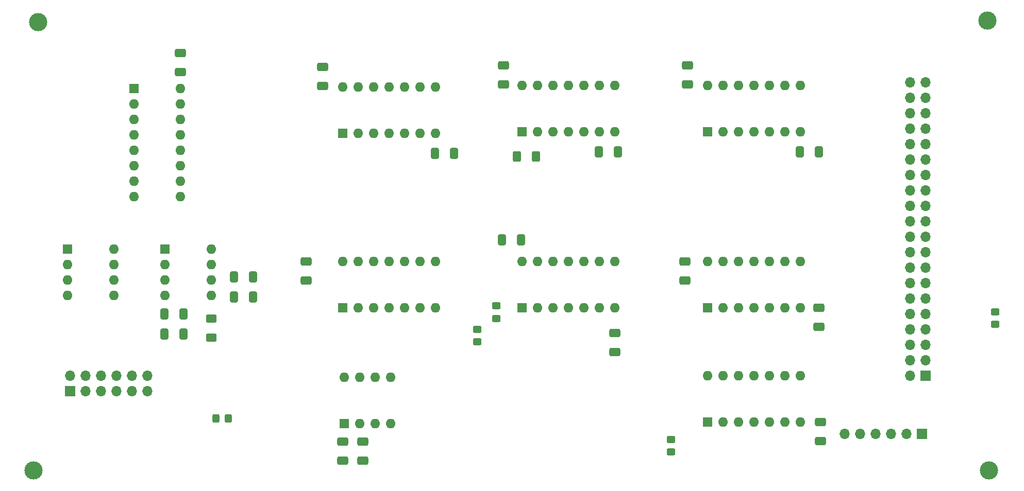
<source format=gbr>
%TF.GenerationSoftware,KiCad,Pcbnew,8.0.1*%
%TF.CreationDate,2024-04-03T15:50:24+05:30*%
%TF.ProjectId,FinalCircuit,46696e61-6c43-4697-9263-7569742e6b69,rev?*%
%TF.SameCoordinates,Original*%
%TF.FileFunction,Soldermask,Bot*%
%TF.FilePolarity,Negative*%
%FSLAX46Y46*%
G04 Gerber Fmt 4.6, Leading zero omitted, Abs format (unit mm)*
G04 Created by KiCad (PCBNEW 8.0.1) date 2024-04-03 15:50:24*
%MOMM*%
%LPD*%
G01*
G04 APERTURE LIST*
G04 Aperture macros list*
%AMRoundRect*
0 Rectangle with rounded corners*
0 $1 Rounding radius*
0 $2 $3 $4 $5 $6 $7 $8 $9 X,Y pos of 4 corners*
0 Add a 4 corners polygon primitive as box body*
4,1,4,$2,$3,$4,$5,$6,$7,$8,$9,$2,$3,0*
0 Add four circle primitives for the rounded corners*
1,1,$1+$1,$2,$3*
1,1,$1+$1,$4,$5*
1,1,$1+$1,$6,$7*
1,1,$1+$1,$8,$9*
0 Add four rect primitives between the rounded corners*
20,1,$1+$1,$2,$3,$4,$5,0*
20,1,$1+$1,$4,$5,$6,$7,0*
20,1,$1+$1,$6,$7,$8,$9,0*
20,1,$1+$1,$8,$9,$2,$3,0*%
G04 Aperture macros list end*
%ADD10R,1.600000X1.600000*%
%ADD11O,1.600000X1.600000*%
%ADD12R,1.700000X1.700000*%
%ADD13O,1.700000X1.700000*%
%ADD14C,3.000000*%
%ADD15RoundRect,0.250000X-0.412500X-0.650000X0.412500X-0.650000X0.412500X0.650000X-0.412500X0.650000X0*%
%ADD16RoundRect,0.250000X-0.650000X0.412500X-0.650000X-0.412500X0.650000X-0.412500X0.650000X0.412500X0*%
%ADD17RoundRect,0.250000X0.400000X0.625000X-0.400000X0.625000X-0.400000X-0.625000X0.400000X-0.625000X0*%
%ADD18RoundRect,0.250000X0.325000X0.450000X-0.325000X0.450000X-0.325000X-0.450000X0.325000X-0.450000X0*%
%ADD19RoundRect,0.250000X0.650000X-0.412500X0.650000X0.412500X-0.650000X0.412500X-0.650000X-0.412500X0*%
%ADD20RoundRect,0.250000X0.625000X-0.400000X0.625000X0.400000X-0.625000X0.400000X-0.625000X-0.400000X0*%
%ADD21RoundRect,0.250000X-0.450000X0.325000X-0.450000X-0.325000X0.450000X-0.325000X0.450000X0.325000X0*%
%ADD22RoundRect,0.250000X0.412500X0.650000X-0.412500X0.650000X-0.412500X-0.650000X0.412500X-0.650000X0*%
G04 APERTURE END LIST*
D10*
%TO.C,U10*%
X204724000Y-54356000D03*
D11*
X207264000Y-54356000D03*
X209804000Y-54356000D03*
X212344000Y-54356000D03*
X214884000Y-54356000D03*
X217424000Y-54356000D03*
X219964000Y-54356000D03*
X219964000Y-46736000D03*
X217424000Y-46736000D03*
X214884000Y-46736000D03*
X212344000Y-46736000D03*
X209804000Y-46736000D03*
X207264000Y-46736000D03*
X204724000Y-46736000D03*
%TD*%
D12*
%TO.C,J2*%
X100000000Y-97000000D03*
D13*
X100000000Y-94460000D03*
X102540000Y-97000000D03*
X102540000Y-94460000D03*
X105080000Y-97000000D03*
X105080000Y-94460000D03*
X107620000Y-97000000D03*
X107620000Y-94460000D03*
X110160000Y-97000000D03*
X110160000Y-94460000D03*
X112700000Y-97000000D03*
X112700000Y-94460000D03*
%TD*%
D14*
%TO.C,H2*%
X94000000Y-110000000D03*
%TD*%
%TO.C,H1*%
X94742000Y-36322000D03*
%TD*%
D10*
%TO.C,U6*%
X144775000Y-54600000D03*
D11*
X147315000Y-54600000D03*
X149855000Y-54600000D03*
X152395000Y-54600000D03*
X154935000Y-54600000D03*
X157475000Y-54600000D03*
X160015000Y-54600000D03*
X160015000Y-46980000D03*
X157475000Y-46980000D03*
X154935000Y-46980000D03*
X152395000Y-46980000D03*
X149855000Y-46980000D03*
X147315000Y-46980000D03*
X144775000Y-46980000D03*
%TD*%
D10*
%TO.C,U11*%
X174244000Y-54356000D03*
D11*
X176784000Y-54356000D03*
X179324000Y-54356000D03*
X181864000Y-54356000D03*
X184404000Y-54356000D03*
X186944000Y-54356000D03*
X189484000Y-54356000D03*
X189484000Y-46736000D03*
X186944000Y-46736000D03*
X184404000Y-46736000D03*
X181864000Y-46736000D03*
X179324000Y-46736000D03*
X176784000Y-46736000D03*
X174244000Y-46736000D03*
%TD*%
D10*
%TO.C,U3*%
X110490000Y-47244000D03*
D11*
X110490000Y-49784000D03*
X110490000Y-52324000D03*
X110490000Y-54864000D03*
X110490000Y-57404000D03*
X110490000Y-59944000D03*
X110490000Y-62484000D03*
X110490000Y-65024000D03*
X118110000Y-65024000D03*
X118110000Y-62484000D03*
X118110000Y-59944000D03*
X118110000Y-57404000D03*
X118110000Y-54864000D03*
X118110000Y-52324000D03*
X118110000Y-49784000D03*
X118110000Y-47244000D03*
%TD*%
D10*
%TO.C,U4*%
X99568000Y-73660000D03*
D11*
X99568000Y-76200000D03*
X99568000Y-78740000D03*
X99568000Y-81280000D03*
X107188000Y-81280000D03*
X107188000Y-78740000D03*
X107188000Y-76200000D03*
X107188000Y-73660000D03*
%TD*%
D10*
%TO.C,U1*%
X115580000Y-73660000D03*
D11*
X115580000Y-76200000D03*
X115580000Y-78740000D03*
X115580000Y-81280000D03*
X123200000Y-81280000D03*
X123200000Y-78740000D03*
X123200000Y-76200000D03*
X123200000Y-73660000D03*
%TD*%
D10*
%TO.C,U9*%
X204724000Y-83312000D03*
D11*
X207264000Y-83312000D03*
X209804000Y-83312000D03*
X212344000Y-83312000D03*
X214884000Y-83312000D03*
X217424000Y-83312000D03*
X219964000Y-83312000D03*
X219964000Y-75692000D03*
X217424000Y-75692000D03*
X214884000Y-75692000D03*
X212344000Y-75692000D03*
X209804000Y-75692000D03*
X207264000Y-75692000D03*
X204724000Y-75692000D03*
%TD*%
D10*
%TO.C,U7*%
X174244000Y-83312000D03*
D11*
X176784000Y-83312000D03*
X179324000Y-83312000D03*
X181864000Y-83312000D03*
X184404000Y-83312000D03*
X186944000Y-83312000D03*
X189484000Y-83312000D03*
X189484000Y-75692000D03*
X186944000Y-75692000D03*
X184404000Y-75692000D03*
X181864000Y-75692000D03*
X179324000Y-75692000D03*
X176784000Y-75692000D03*
X174244000Y-75692000D03*
%TD*%
D12*
%TO.C,J3*%
X240000000Y-104000000D03*
D13*
X237460000Y-104000000D03*
X234920000Y-104000000D03*
X232380000Y-104000000D03*
X229840000Y-104000000D03*
X227300000Y-104000000D03*
%TD*%
D14*
%TO.C,H4*%
X251000000Y-110000000D03*
%TD*%
D10*
%TO.C,U8*%
X204724000Y-102108000D03*
D11*
X207264000Y-102108000D03*
X209804000Y-102108000D03*
X212344000Y-102108000D03*
X214884000Y-102108000D03*
X217424000Y-102108000D03*
X219964000Y-102108000D03*
X219964000Y-94488000D03*
X217424000Y-94488000D03*
X214884000Y-94488000D03*
X212344000Y-94488000D03*
X209804000Y-94488000D03*
X207264000Y-94488000D03*
X204724000Y-94488000D03*
%TD*%
D10*
%TO.C,U5*%
X144780000Y-83312000D03*
D11*
X147320000Y-83312000D03*
X149860000Y-83312000D03*
X152400000Y-83312000D03*
X154940000Y-83312000D03*
X157480000Y-83312000D03*
X160020000Y-83312000D03*
X160020000Y-75692000D03*
X157480000Y-75692000D03*
X154940000Y-75692000D03*
X152400000Y-75692000D03*
X149860000Y-75692000D03*
X147320000Y-75692000D03*
X144780000Y-75692000D03*
%TD*%
D14*
%TO.C,H3*%
X250698000Y-36068000D03*
%TD*%
D10*
%TO.C,U2*%
X145044000Y-102352000D03*
D11*
X147584000Y-102352000D03*
X150124000Y-102352000D03*
X152664000Y-102352000D03*
X152664000Y-94732000D03*
X150124000Y-94732000D03*
X147584000Y-94732000D03*
X145044000Y-94732000D03*
%TD*%
D15*
%TO.C,C3*%
X115531500Y-87630000D03*
X118656500Y-87630000D03*
%TD*%
D16*
%TO.C,C19*%
X201000000Y-75687500D03*
X201000000Y-78812500D03*
%TD*%
D17*
%TO.C,R10*%
X176550000Y-58420000D03*
X173450000Y-58420000D03*
%TD*%
D18*
%TO.C,FB2*%
X126025000Y-101500000D03*
X123975000Y-101500000D03*
%TD*%
D16*
%TO.C,C12*%
X223266000Y-102069500D03*
X223266000Y-105194500D03*
%TD*%
D19*
%TO.C,C25*%
X141478000Y-46774500D03*
X141478000Y-43649500D03*
%TD*%
D20*
%TO.C,R6*%
X123190000Y-88164000D03*
X123190000Y-85064000D03*
%TD*%
D16*
%TO.C,C20*%
X223012000Y-83273500D03*
X223012000Y-86398500D03*
%TD*%
%TO.C,C10*%
X189500000Y-87437500D03*
X189500000Y-90562500D03*
%TD*%
D21*
%TO.C,FB1*%
X170000000Y-82975000D03*
X170000000Y-85025000D03*
%TD*%
D15*
%TO.C,C1*%
X126961500Y-81534000D03*
X130086500Y-81534000D03*
%TD*%
%TO.C,C24*%
X186905500Y-57658000D03*
X190030500Y-57658000D03*
%TD*%
D16*
%TO.C,C16*%
X138750000Y-75653500D03*
X138750000Y-78778500D03*
%TD*%
D15*
%TO.C,C4*%
X115531500Y-84280000D03*
X118656500Y-84280000D03*
%TD*%
D19*
%TO.C,C17*%
X201422000Y-46520500D03*
X201422000Y-43395500D03*
%TD*%
D16*
%TO.C,C7*%
X144780000Y-105333000D03*
X144780000Y-108458000D03*
%TD*%
D15*
%TO.C,C2*%
X126961500Y-78184000D03*
X130086500Y-78184000D03*
%TD*%
D12*
%TO.C,J1*%
X240538000Y-94437200D03*
D13*
X237998000Y-94437200D03*
X240538000Y-91897200D03*
X237998000Y-91897200D03*
X240538000Y-89357200D03*
X237998000Y-89357200D03*
X240538000Y-86817200D03*
X237998000Y-86817200D03*
X240538000Y-84277200D03*
X237998000Y-84277200D03*
X240538000Y-81737200D03*
X237998000Y-81737200D03*
X240538000Y-79197200D03*
X237998000Y-79197200D03*
X240538000Y-76657200D03*
X237998000Y-76657200D03*
X240538000Y-74117200D03*
X237998000Y-74117200D03*
X240538000Y-71577200D03*
X237998000Y-71577200D03*
X240538000Y-69037200D03*
X237998000Y-69037200D03*
X240538000Y-66497200D03*
X237998000Y-66497200D03*
X240538000Y-63957200D03*
X237998000Y-63957200D03*
X240538000Y-61417200D03*
X237998000Y-61417200D03*
X240538000Y-58877200D03*
X237998000Y-58877200D03*
X240538000Y-56337200D03*
X237998000Y-56337200D03*
X240538000Y-53797200D03*
X237998000Y-53797200D03*
X240538000Y-51257200D03*
X237998000Y-51257200D03*
X240538000Y-48717200D03*
X237998000Y-48717200D03*
X240538000Y-46177200D03*
X237998000Y-46177200D03*
%TD*%
D21*
%TO.C,FB10*%
X198750000Y-104950000D03*
X198750000Y-107000000D03*
%TD*%
%TO.C,FB7*%
X252000000Y-83950000D03*
X252000000Y-86000000D03*
%TD*%
D15*
%TO.C,C26*%
X159981500Y-57912000D03*
X163106500Y-57912000D03*
%TD*%
D19*
%TO.C,C23*%
X171196000Y-46562500D03*
X171196000Y-43437500D03*
%TD*%
%TO.C,C13*%
X118110000Y-44488500D03*
X118110000Y-41363500D03*
%TD*%
D21*
%TO.C,FB4*%
X166878000Y-86859000D03*
X166878000Y-88909000D03*
%TD*%
D16*
%TO.C,C8*%
X148130000Y-105333000D03*
X148130000Y-108458000D03*
%TD*%
D15*
%TO.C,C18*%
X219925500Y-57658000D03*
X223050500Y-57658000D03*
%TD*%
D22*
%TO.C,C9*%
X174062500Y-72136000D03*
X170937500Y-72136000D03*
%TD*%
M02*

</source>
